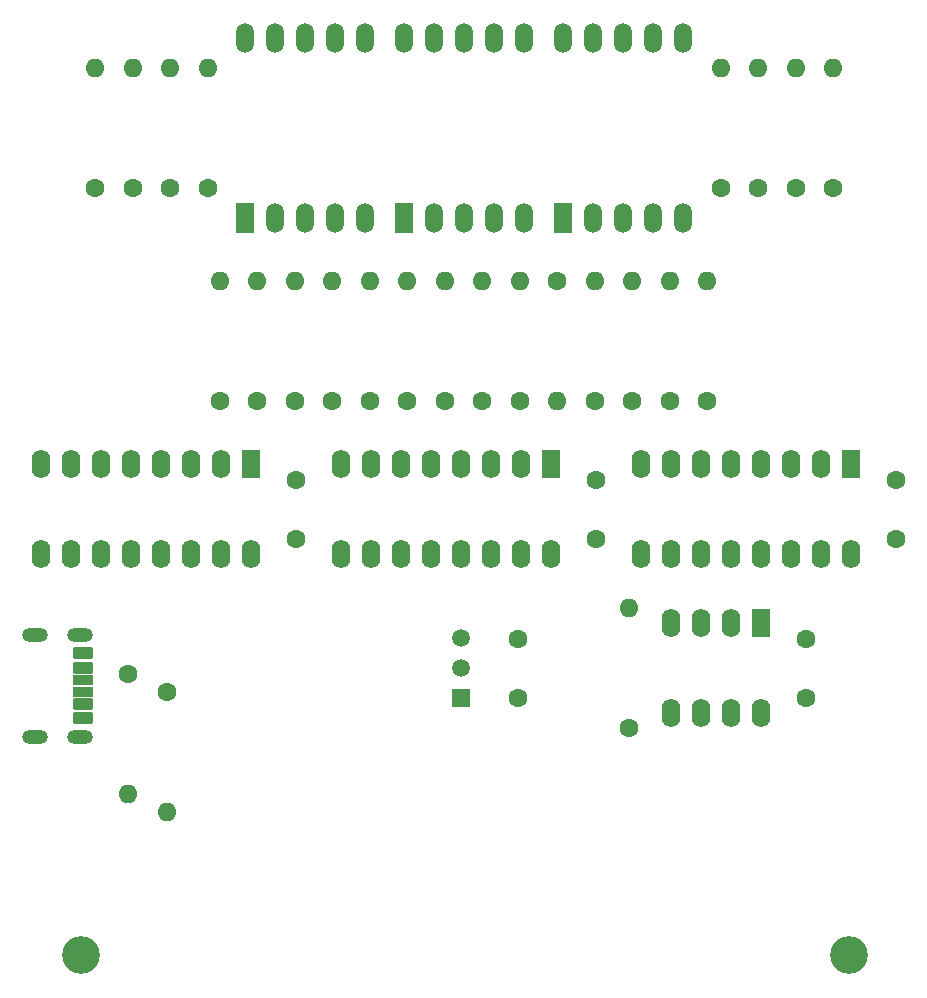
<source format=gbs>
%TF.GenerationSoftware,KiCad,Pcbnew,7.0.10*%
%TF.CreationDate,2024-02-08T16:52:54+11:00*%
%TF.ProjectId,Desktop Thermometer USB-C,4465736b-746f-4702-9054-6865726d6f6d,rev?*%
%TF.SameCoordinates,Original*%
%TF.FileFunction,Soldermask,Bot*%
%TF.FilePolarity,Negative*%
%FSLAX46Y46*%
G04 Gerber Fmt 4.6, Leading zero omitted, Abs format (unit mm)*
G04 Created by KiCad (PCBNEW 7.0.10) date 2024-02-08 16:52:54*
%MOMM*%
%LPD*%
G01*
G04 APERTURE LIST*
G04 Aperture macros list*
%AMRoundRect*
0 Rectangle with rounded corners*
0 $1 Rounding radius*
0 $2 $3 $4 $5 $6 $7 $8 $9 X,Y pos of 4 corners*
0 Add a 4 corners polygon primitive as box body*
4,1,4,$2,$3,$4,$5,$6,$7,$8,$9,$2,$3,0*
0 Add four circle primitives for the rounded corners*
1,1,$1+$1,$2,$3*
1,1,$1+$1,$4,$5*
1,1,$1+$1,$6,$7*
1,1,$1+$1,$8,$9*
0 Add four rect primitives between the rounded corners*
20,1,$1+$1,$2,$3,$4,$5,0*
20,1,$1+$1,$4,$5,$6,$7,0*
20,1,$1+$1,$6,$7,$8,$9,0*
20,1,$1+$1,$8,$9,$2,$3,0*%
G04 Aperture macros list end*
%ADD10C,1.600000*%
%ADD11O,1.600000X1.600000*%
%ADD12R,1.600000X2.400000*%
%ADD13O,1.600000X2.400000*%
%ADD14R,1.524000X2.524000*%
%ADD15O,1.524000X2.524000*%
%ADD16C,3.200000*%
%ADD17C,1.500000*%
%ADD18R,1.500000X1.500000*%
%ADD19RoundRect,0.102000X-0.750000X-0.350000X0.750000X-0.350000X0.750000X0.350000X-0.750000X0.350000X0*%
%ADD20RoundRect,0.102000X-0.750000X-0.380000X0.750000X-0.380000X0.750000X0.380000X-0.750000X0.380000X0*%
%ADD21RoundRect,0.102000X-0.750000X-0.400000X0.750000X-0.400000X0.750000X0.400000X-0.750000X0.400000X0*%
%ADD22O,2.204000X1.204000*%
G04 APERTURE END LIST*
D10*
%TO.C,C4*%
X142001000Y-103179000D03*
X142001000Y-108179000D03*
%TD*%
%TO.C,C1*%
X123205000Y-94717000D03*
X123205000Y-89717000D03*
%TD*%
%TO.C,R8*%
X126253000Y-83073000D03*
D11*
X126253000Y-72913000D03*
%TD*%
D12*
%TO.C,U2*%
X144780000Y-88392000D03*
D13*
X142240000Y-88392000D03*
X139700000Y-88392000D03*
X137160000Y-88392000D03*
X134620000Y-88392000D03*
X132080000Y-88392000D03*
X129540000Y-88392000D03*
X127000000Y-88392000D03*
X127000000Y-96012000D03*
X129540000Y-96012000D03*
X132080000Y-96012000D03*
X134620000Y-96012000D03*
X137160000Y-96012000D03*
X139700000Y-96012000D03*
X142240000Y-96012000D03*
X144780000Y-96012000D03*
%TD*%
D10*
%TO.C,R21*%
X165496000Y-65039000D03*
D11*
X165496000Y-54879000D03*
%TD*%
D14*
%TO.C,D1*%
X118879000Y-67579000D03*
D15*
X121419000Y-67579000D03*
X123959000Y-67579000D03*
X126499000Y-67579000D03*
X129039000Y-67579000D03*
X129039000Y-52339000D03*
X126499000Y-52339000D03*
X123959000Y-52339000D03*
X121419000Y-52339000D03*
X118879000Y-52339000D03*
%TD*%
D10*
%TO.C,R4*%
X115712000Y-65039000D03*
D11*
X115712000Y-54879000D03*
%TD*%
D12*
%TO.C,U1*%
X119395000Y-88407000D03*
D13*
X116855000Y-88407000D03*
X114315000Y-88407000D03*
X111775000Y-88407000D03*
X109235000Y-88407000D03*
X106695000Y-88407000D03*
X104155000Y-88407000D03*
X101615000Y-88407000D03*
X101615000Y-96027000D03*
X104155000Y-96027000D03*
X106695000Y-96027000D03*
X109235000Y-96027000D03*
X111775000Y-96027000D03*
X114315000Y-96027000D03*
X116855000Y-96027000D03*
X119395000Y-96027000D03*
%TD*%
D10*
%TO.C,R13*%
X142128000Y-83073000D03*
D11*
X142128000Y-72913000D03*
%TD*%
D16*
%TO.C,REF\u002A\u002A*%
X105000000Y-130000000D03*
%TD*%
D10*
%TO.C,R24*%
X108966000Y-106172000D03*
D11*
X108966000Y-116332000D03*
%TD*%
D10*
%TO.C,R22*%
X168671000Y-65039000D03*
D11*
X168671000Y-54879000D03*
%TD*%
D10*
%TO.C,R23*%
X151399000Y-110759000D03*
D11*
X151399000Y-100599000D03*
%TD*%
D10*
%TO.C,R16*%
X151653000Y-83073000D03*
D11*
X151653000Y-72913000D03*
%TD*%
D10*
%TO.C,R12*%
X138953000Y-83073000D03*
D11*
X138953000Y-72913000D03*
%TD*%
D12*
%TO.C,U5*%
X162565000Y-101854000D03*
D13*
X160025000Y-101854000D03*
X157485000Y-101854000D03*
X154945000Y-101854000D03*
X154945000Y-109474000D03*
X157485000Y-109474000D03*
X160025000Y-109474000D03*
X162565000Y-109474000D03*
%TD*%
D10*
%TO.C,R3*%
X112537000Y-65039000D03*
D11*
X112537000Y-54879000D03*
%TD*%
D10*
%TO.C,R5*%
X116728000Y-83073000D03*
D11*
X116728000Y-72913000D03*
%TD*%
D10*
%TO.C,R9*%
X129428000Y-83073000D03*
D11*
X129428000Y-72913000D03*
%TD*%
D10*
%TO.C,R11*%
X135778000Y-83073000D03*
D11*
X135778000Y-72913000D03*
%TD*%
D12*
%TO.C,U3*%
X170195000Y-88407000D03*
D13*
X167655000Y-88407000D03*
X165115000Y-88407000D03*
X162575000Y-88407000D03*
X160035000Y-88407000D03*
X157495000Y-88407000D03*
X154955000Y-88407000D03*
X152415000Y-88407000D03*
X152415000Y-96027000D03*
X154955000Y-96027000D03*
X157495000Y-96027000D03*
X160035000Y-96027000D03*
X162575000Y-96027000D03*
X165115000Y-96027000D03*
X167655000Y-96027000D03*
X170195000Y-96027000D03*
%TD*%
D17*
%TO.C,U4*%
X137181000Y-103124000D03*
X137181000Y-105664000D03*
D18*
X137181000Y-108204000D03*
%TD*%
D10*
%TO.C,R19*%
X159146000Y-65039000D03*
D11*
X159146000Y-54879000D03*
%TD*%
D14*
%TO.C,D3*%
X145811000Y-67579000D03*
D15*
X148351000Y-67579000D03*
X150891000Y-67579000D03*
X153431000Y-67579000D03*
X155971000Y-67579000D03*
X155971000Y-52339000D03*
X153431000Y-52339000D03*
X150891000Y-52339000D03*
X148351000Y-52339000D03*
X145811000Y-52339000D03*
%TD*%
D10*
%TO.C,C2*%
X148605000Y-94717000D03*
X148605000Y-89717000D03*
%TD*%
%TO.C,R14*%
X145303000Y-72898000D03*
D11*
X145303000Y-83058000D03*
%TD*%
D10*
%TO.C,R6*%
X119903000Y-83073000D03*
D11*
X119903000Y-72913000D03*
%TD*%
D14*
%TO.C,D2*%
X132341000Y-67579000D03*
D15*
X134881000Y-67579000D03*
X137421000Y-67579000D03*
X139961000Y-67579000D03*
X142501000Y-67579000D03*
X142501000Y-52339000D03*
X139961000Y-52339000D03*
X137421000Y-52339000D03*
X134881000Y-52339000D03*
X132341000Y-52339000D03*
%TD*%
D10*
%TO.C,R20*%
X162321000Y-65039000D03*
D11*
X162321000Y-54879000D03*
%TD*%
D10*
%TO.C,R10*%
X132603000Y-83073000D03*
D11*
X132603000Y-72913000D03*
%TD*%
D10*
%TO.C,R2*%
X109362000Y-65039000D03*
D11*
X109362000Y-54879000D03*
%TD*%
D10*
%TO.C,R18*%
X158003000Y-83073000D03*
D11*
X158003000Y-72913000D03*
%TD*%
D10*
%TO.C,C3*%
X174005000Y-94717000D03*
X174005000Y-89717000D03*
%TD*%
%TO.C,R15*%
X148478000Y-83073000D03*
D11*
X148478000Y-72913000D03*
%TD*%
D10*
%TO.C,R17*%
X154828000Y-83073000D03*
D11*
X154828000Y-72913000D03*
%TD*%
D10*
%TO.C,R7*%
X123078000Y-83073000D03*
D11*
X123078000Y-72913000D03*
%TD*%
D10*
%TO.C,R25*%
X112268000Y-107696000D03*
D11*
X112268000Y-117856000D03*
%TD*%
D10*
%TO.C,C5*%
X166385000Y-103179000D03*
X166385000Y-108179000D03*
%TD*%
D16*
%TO.C,REF\u002A\u002A*%
X170000000Y-130000000D03*
%TD*%
D10*
%TO.C,R1*%
X106187000Y-65039000D03*
D11*
X106187000Y-54879000D03*
%TD*%
D19*
%TO.C,J1*%
X105200000Y-107670000D03*
D20*
X105200000Y-105650000D03*
D21*
X105200000Y-104420000D03*
D19*
X105200000Y-106670000D03*
D20*
X105200000Y-108690000D03*
D21*
X105200000Y-109920000D03*
D22*
X104910000Y-111490000D03*
X104910000Y-102850000D03*
X101110000Y-111490000D03*
X101110000Y-102850000D03*
%TD*%
M02*

</source>
